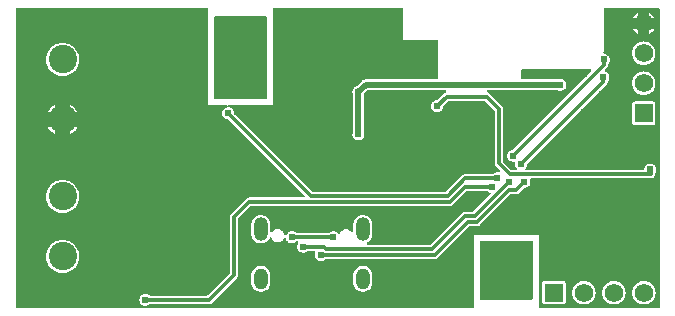
<source format=gbl>
G04 Layer: BottomLayer*
G04 EasyEDA v6.5.15, 2022-10-09 22:19:18*
G04 792860b319f64621ac1ba377023e4090,0b3a2bb33c9248688526e96ab25d6e06,10*
G04 Gerber Generator version 0.2*
G04 Scale: 100 percent, Rotated: No, Reflected: No *
G04 Dimensions in millimeters *
G04 leading zeros omitted , absolute positions ,4 integer and 5 decimal *
%FSLAX45Y45*%
%MOMM*%

%ADD10C,0.3000*%
%ADD11C,0.5000*%
%ADD12C,2.4000*%
%ADD13O,1.1999976X1.7999964*%
%ADD14O,1.1999976X1.9999959999999999*%
%ADD15R,1.5748X1.5748*%
%ADD16C,1.5748*%
%ADD17C,0.6096*%
%ADD18C,0.0100*%

%LPD*%
G36*
X1710131Y1799996D02*
G01*
X1706270Y1800809D01*
X1702968Y1802993D01*
X1700733Y1806295D01*
X1700022Y1810156D01*
X1700022Y2489860D01*
X1700733Y2493772D01*
X1702968Y2497023D01*
X1706270Y2499258D01*
X1710131Y2500020D01*
X2139797Y2500020D01*
X2143709Y2499258D01*
X2147011Y2497023D01*
X2149195Y2493772D01*
X2149957Y2489860D01*
X2149957Y1810156D01*
X2149195Y1806295D01*
X2147011Y1802993D01*
X2143709Y1800809D01*
X2139797Y1799996D01*
G37*

%LPD*%
G36*
X4226915Y1197508D02*
G01*
X4223054Y1198270D01*
X4219752Y1200454D01*
X4150461Y1269746D01*
X4148277Y1273048D01*
X4147515Y1276908D01*
X4147515Y1717497D01*
X4146702Y1725371D01*
X4144365Y1732432D01*
X4140606Y1738934D01*
X4136847Y1743405D01*
X4035450Y1844852D01*
X4029201Y1849831D01*
X4022648Y1853184D01*
X4017568Y1854555D01*
X4013911Y1856435D01*
X4011218Y1859635D01*
X4010050Y1863598D01*
X4010609Y1867712D01*
X4012793Y1871268D01*
X4016197Y1873656D01*
X4020159Y1874520D01*
X4609338Y1874520D01*
X4611827Y1874215D01*
X4614367Y1873148D01*
X4623054Y1870354D01*
X4632147Y1869135D01*
X4641240Y1869541D01*
X4650181Y1871573D01*
X4658563Y1875180D01*
X4666183Y1880209D01*
X4672838Y1886508D01*
X4678172Y1893874D01*
X4682134Y1902104D01*
X4684522Y1910892D01*
X4685334Y1919986D01*
X4684522Y1929130D01*
X4682134Y1937918D01*
X4678172Y1946148D01*
X4672838Y1953514D01*
X4666183Y1959813D01*
X4658563Y1964842D01*
X4650181Y1968449D01*
X4641240Y1970481D01*
X4632147Y1970887D01*
X4623054Y1969668D01*
X4611827Y1965807D01*
X4609338Y1965502D01*
X4310126Y1965502D01*
X4306214Y1966315D01*
X4302963Y1968500D01*
X4300728Y1971802D01*
X4300016Y1975662D01*
X4300016Y2039874D01*
X4300728Y2043734D01*
X4302963Y2047036D01*
X4306214Y2049272D01*
X4310126Y2050034D01*
X4888280Y2050034D01*
X4892141Y2049272D01*
X4895443Y2047036D01*
X4897628Y2043734D01*
X4898390Y2039874D01*
X4897628Y2035962D01*
X4895443Y2032660D01*
X4236516Y1373784D01*
X4233875Y1371854D01*
X4230725Y1370888D01*
X4221632Y1369669D01*
X4212945Y1366875D01*
X4204919Y1362506D01*
X4197756Y1356817D01*
X4191762Y1349959D01*
X4187088Y1342136D01*
X4183887Y1333550D01*
X4182211Y1324559D01*
X4182211Y1315466D01*
X4183887Y1306474D01*
X4187088Y1297889D01*
X4191762Y1290066D01*
X4197756Y1283208D01*
X4204919Y1277518D01*
X4212945Y1273149D01*
X4221632Y1270355D01*
X4230725Y1269136D01*
X4244136Y1269695D01*
X4247845Y1268272D01*
X4250791Y1265529D01*
X4252315Y1261872D01*
X4252366Y1257909D01*
X4251248Y1251559D01*
X4251248Y1242466D01*
X4252874Y1233474D01*
X4256125Y1224889D01*
X4260748Y1217066D01*
X4263136Y1214323D01*
X4265066Y1211021D01*
X4265625Y1207211D01*
X4264761Y1203452D01*
X4262577Y1200302D01*
X4259275Y1198219D01*
X4255566Y1197508D01*
G37*

%LPD*%
G36*
X2538882Y1015542D02*
G01*
X2534970Y1016304D01*
X2531770Y1018489D01*
X1873554Y1676603D01*
X1871573Y1679498D01*
X1870659Y1682902D01*
X1870100Y1689150D01*
X1867662Y1697939D01*
X1863750Y1706168D01*
X1858314Y1713534D01*
X1851761Y1719834D01*
X1844141Y1724863D01*
X1835759Y1728470D01*
X1829206Y1729943D01*
X1825447Y1731721D01*
X1822602Y1734870D01*
X1821383Y1738884D01*
X1821840Y1743049D01*
X1823974Y1746707D01*
X1827377Y1749145D01*
X1831492Y1750009D01*
X2198979Y1750009D01*
X2199995Y1751025D01*
X2199995Y2563926D01*
X2200757Y2567838D01*
X2202942Y2571140D01*
X2206244Y2573324D01*
X2210155Y2574086D01*
X3289808Y2574086D01*
X3293770Y2573324D01*
X3296970Y2571140D01*
X3299206Y2567838D01*
X3299968Y2563926D01*
X3299968Y2301036D01*
X3301034Y2300020D01*
X3589832Y2300020D01*
X3593693Y2299258D01*
X3596995Y2297023D01*
X3599230Y2293772D01*
X3600043Y2289860D01*
X3600043Y1975662D01*
X3599230Y1971802D01*
X3596995Y1968500D01*
X3593693Y1966315D01*
X3589832Y1965502D01*
X2982722Y1965502D01*
X2973984Y1964283D01*
X2966059Y1961591D01*
X2958795Y1957527D01*
X2951886Y1951888D01*
X2909824Y1909775D01*
X2907995Y1908302D01*
X2904388Y1906879D01*
X2896362Y1902510D01*
X2889199Y1896821D01*
X2883204Y1889963D01*
X2878531Y1882139D01*
X2875330Y1873554D01*
X2873654Y1864563D01*
X2873654Y1855470D01*
X2875330Y1846478D01*
X2878277Y1838553D01*
X2878988Y1834997D01*
X2878988Y1525016D01*
X2878277Y1521460D01*
X2875330Y1513586D01*
X2873654Y1504594D01*
X2873654Y1495450D01*
X2875330Y1486458D01*
X2878531Y1477924D01*
X2883204Y1470101D01*
X2889199Y1463192D01*
X2896362Y1457502D01*
X2904388Y1453184D01*
X2913075Y1450340D01*
X2922168Y1449120D01*
X2931261Y1449527D01*
X2940202Y1451559D01*
X2948584Y1455166D01*
X2956204Y1460195D01*
X2962757Y1466494D01*
X2968142Y1473911D01*
X2972104Y1482140D01*
X2974543Y1490929D01*
X2975356Y1500022D01*
X2974543Y1509115D01*
X2972104Y1517904D01*
X2970174Y1522526D01*
X2969920Y1524762D01*
X2969920Y1835251D01*
X2970936Y1839671D01*
X2972511Y1842922D01*
X2974441Y1845716D01*
X3000298Y1871573D01*
X3003600Y1873757D01*
X3007461Y1874520D01*
X3659327Y1874520D01*
X3663289Y1873707D01*
X3666642Y1871370D01*
X3668877Y1867916D01*
X3669436Y1863902D01*
X3668522Y1859940D01*
X3666032Y1856739D01*
X3662426Y1854707D01*
X3655618Y1852472D01*
X3649116Y1848713D01*
X3644696Y1844954D01*
X3593541Y1793798D01*
X3590848Y1791868D01*
X3587699Y1790903D01*
X3578606Y1789684D01*
X3569919Y1786889D01*
X3561943Y1782521D01*
X3554780Y1776831D01*
X3548786Y1769973D01*
X3544062Y1762150D01*
X3540861Y1753565D01*
X3539236Y1744573D01*
X3539236Y1735480D01*
X3540861Y1726488D01*
X3544062Y1717903D01*
X3548786Y1710080D01*
X3554780Y1703222D01*
X3561943Y1697532D01*
X3569919Y1693164D01*
X3578606Y1690370D01*
X3587699Y1689150D01*
X3596792Y1689557D01*
X3605682Y1691589D01*
X3614115Y1695196D01*
X3621735Y1700225D01*
X3628390Y1706524D01*
X3633724Y1713890D01*
X3637686Y1722120D01*
X3640074Y1730908D01*
X3640632Y1737156D01*
X3641547Y1740560D01*
X3643579Y1743456D01*
X3681780Y1781657D01*
X3685082Y1783842D01*
X3688943Y1784604D01*
X3991000Y1784604D01*
X3994861Y1783842D01*
X3998163Y1781657D01*
X4073550Y1706270D01*
X4075734Y1702968D01*
X4076496Y1699107D01*
X4076496Y1258519D01*
X4077411Y1250645D01*
X4079697Y1243584D01*
X4083405Y1237081D01*
X4087164Y1232611D01*
X4123994Y1195832D01*
X4126331Y1192174D01*
X4126941Y1187856D01*
X4125722Y1183741D01*
X4122877Y1180439D01*
X4118914Y1178661D01*
X4114596Y1178712D01*
X4106824Y1180490D01*
X4097731Y1180896D01*
X4088637Y1179677D01*
X4079951Y1176883D01*
X4071975Y1172514D01*
X4065879Y1167739D01*
X4062933Y1166063D01*
X4059631Y1165504D01*
X3830472Y1165504D01*
X3822598Y1164691D01*
X3815587Y1162405D01*
X3809034Y1158646D01*
X3804564Y1154836D01*
X3668217Y1018489D01*
X3665016Y1016304D01*
X3661054Y1015542D01*
G37*

%LPD*%
G36*
X3960164Y100025D02*
G01*
X3956304Y100787D01*
X3952951Y103022D01*
X3950766Y106273D01*
X3949954Y110185D01*
X3949954Y589838D01*
X3950766Y593750D01*
X3952951Y597052D01*
X3956304Y599236D01*
X3960164Y599998D01*
X4389831Y599998D01*
X4393692Y599236D01*
X4396994Y597052D01*
X4399229Y593750D01*
X4399991Y589838D01*
X4399991Y110185D01*
X4399229Y106273D01*
X4396994Y103022D01*
X4393692Y100787D01*
X4389831Y100025D01*
G37*

%LPD*%
G36*
X36068Y25908D02*
G01*
X32156Y26720D01*
X28854Y28905D01*
X26670Y32207D01*
X25908Y36068D01*
X25908Y2563926D01*
X26670Y2567838D01*
X28854Y2571140D01*
X32156Y2573324D01*
X36068Y2574086D01*
X1639824Y2574086D01*
X1643684Y2573324D01*
X1646986Y2571140D01*
X1649222Y2567838D01*
X1650034Y2563926D01*
X1650034Y1751025D01*
X1650949Y1750009D01*
X1808073Y1750009D01*
X1812289Y1749094D01*
X1815693Y1746504D01*
X1817827Y1742693D01*
X1818081Y1738375D01*
X1816506Y1734312D01*
X1813458Y1731264D01*
X1799945Y1726895D01*
X1791919Y1722526D01*
X1784756Y1716836D01*
X1778762Y1709978D01*
X1774088Y1702155D01*
X1770888Y1693570D01*
X1769211Y1684578D01*
X1769211Y1675485D01*
X1770888Y1666493D01*
X1774088Y1657908D01*
X1778762Y1650085D01*
X1784756Y1643227D01*
X1791919Y1637538D01*
X1799945Y1633169D01*
X1808632Y1630375D01*
X1817725Y1629156D01*
X1820875Y1628190D01*
X1823516Y1626260D01*
X2466898Y982929D01*
X2469032Y979627D01*
X2469845Y975766D01*
X2469032Y971854D01*
X2466898Y968552D01*
X2463546Y966368D01*
X2459685Y965606D01*
X2000504Y965606D01*
X1992680Y964742D01*
X1985568Y962456D01*
X1979066Y958697D01*
X1974596Y954938D01*
X1845208Y825550D01*
X1840280Y819353D01*
X1836877Y812749D01*
X1834896Y805484D01*
X1834438Y799642D01*
X1834438Y328980D01*
X1833727Y325120D01*
X1831492Y321818D01*
X1648206Y138480D01*
X1644904Y136296D01*
X1640992Y135534D01*
X1160322Y135534D01*
X1156563Y136245D01*
X1153312Y138328D01*
X1151737Y139852D01*
X1144117Y144881D01*
X1135735Y148488D01*
X1126794Y150520D01*
X1117701Y150926D01*
X1108659Y149707D01*
X1099972Y146862D01*
X1091895Y142544D01*
X1084783Y136855D01*
X1078788Y129946D01*
X1074064Y122123D01*
X1070864Y113588D01*
X1069238Y104597D01*
X1069238Y95453D01*
X1070864Y86461D01*
X1074064Y77927D01*
X1078788Y70104D01*
X1084783Y63195D01*
X1091895Y57505D01*
X1099972Y53187D01*
X1108659Y50342D01*
X1117701Y49123D01*
X1126794Y49530D01*
X1135735Y51562D01*
X1144117Y55168D01*
X1151737Y60198D01*
X1153312Y61722D01*
X1156563Y63804D01*
X1160322Y64516D01*
X1659432Y64516D01*
X1667256Y65379D01*
X1674317Y67665D01*
X1680870Y71424D01*
X1685289Y75184D01*
X1894738Y284581D01*
X1899716Y290779D01*
X1903018Y297383D01*
X1905050Y304647D01*
X1905507Y310489D01*
X1905507Y781151D01*
X1906219Y785012D01*
X1908454Y788314D01*
X2011730Y891641D01*
X2015032Y893826D01*
X2018893Y894587D01*
X3699510Y894587D01*
X3707434Y895451D01*
X3714445Y897737D01*
X3720947Y901496D01*
X3725418Y905256D01*
X3836720Y1016609D01*
X3840073Y1018794D01*
X3843934Y1019556D01*
X4015486Y1019556D01*
X4018838Y1018997D01*
X4021836Y1017371D01*
X4027982Y1012494D01*
X4040327Y1005890D01*
X4042816Y1002588D01*
X4043781Y998575D01*
X4043070Y994511D01*
X4040784Y991057D01*
X3898239Y848512D01*
X3894988Y846277D01*
X3891127Y845515D01*
X3830574Y845515D01*
X3822598Y844702D01*
X3815587Y842416D01*
X3809034Y838606D01*
X3804564Y834847D01*
X3538270Y568502D01*
X3534968Y566318D01*
X3531108Y565556D01*
X3002584Y565556D01*
X2998724Y566267D01*
X2995523Y568401D01*
X2993288Y571601D01*
X2992374Y575360D01*
X2993034Y579221D01*
X2995015Y582523D01*
X2998114Y584860D01*
X3002229Y586841D01*
X3012135Y593598D01*
X3020974Y601776D01*
X3028442Y611174D01*
X3034538Y621588D01*
X3038856Y632815D01*
X3041548Y644499D01*
X3042462Y656894D01*
X3042462Y736142D01*
X3041548Y748487D01*
X3038856Y760222D01*
X3034538Y771448D01*
X3028442Y781862D01*
X3020974Y791260D01*
X3012135Y799439D01*
X3002229Y806196D01*
X2991358Y811428D01*
X2979877Y814984D01*
X2967990Y816762D01*
X2955950Y816762D01*
X2944063Y814984D01*
X2932582Y811428D01*
X2921711Y806196D01*
X2911856Y799439D01*
X2903016Y791260D01*
X2895498Y781862D01*
X2889504Y771448D01*
X2885084Y760222D01*
X2882392Y748487D01*
X2881477Y736142D01*
X2881477Y682802D01*
X2880563Y678688D01*
X2878074Y675233D01*
X2874365Y673150D01*
X2870149Y672744D01*
X2866085Y674116D01*
X2862986Y677011D01*
X2861513Y679196D01*
X2854604Y686003D01*
X2846679Y691540D01*
X2837942Y695655D01*
X2828594Y698144D01*
X2818993Y699008D01*
X2809341Y698144D01*
X2800045Y695655D01*
X2791307Y691540D01*
X2783382Y686003D01*
X2776474Y679196D01*
X2770936Y671271D01*
X2767177Y663244D01*
X2764688Y659892D01*
X2761030Y657860D01*
X2756865Y657453D01*
X2752902Y658774D01*
X2749804Y661568D01*
X2748330Y663549D01*
X2741777Y669848D01*
X2734157Y674878D01*
X2725775Y678484D01*
X2716834Y680516D01*
X2707741Y680923D01*
X2698648Y679704D01*
X2689961Y676859D01*
X2681935Y672541D01*
X2675890Y667715D01*
X2672943Y666089D01*
X2669641Y665530D01*
X2400350Y665530D01*
X2396591Y666242D01*
X2393289Y668324D01*
X2391714Y669848D01*
X2384094Y674878D01*
X2375712Y678484D01*
X2366873Y680516D01*
X2357678Y680923D01*
X2348636Y679704D01*
X2340000Y676859D01*
X2331974Y672541D01*
X2324811Y666851D01*
X2318816Y659942D01*
X2313838Y651713D01*
X2311196Y648766D01*
X2307691Y647090D01*
X2303729Y646836D01*
X2299970Y648157D01*
X2297023Y650748D01*
X2295347Y654304D01*
X2293061Y662482D01*
X2288997Y671271D01*
X2283460Y679196D01*
X2276602Y686003D01*
X2268677Y691540D01*
X2259939Y695655D01*
X2250592Y698144D01*
X2240991Y699008D01*
X2231390Y698144D01*
X2221992Y695655D01*
X2213254Y691540D01*
X2205329Y686003D01*
X2198471Y679196D01*
X2196947Y677011D01*
X2193848Y674116D01*
X2189784Y672744D01*
X2185568Y673150D01*
X2181860Y675233D01*
X2179370Y678688D01*
X2178456Y682802D01*
X2178456Y736142D01*
X2177542Y748487D01*
X2174900Y760222D01*
X2170480Y771448D01*
X2164486Y781862D01*
X2156968Y791260D01*
X2148128Y799439D01*
X2138273Y806196D01*
X2127402Y811428D01*
X2115870Y814984D01*
X2104034Y816762D01*
X2091943Y816762D01*
X2080107Y814984D01*
X2068575Y811428D01*
X2057755Y806196D01*
X2047798Y799439D01*
X2038959Y791260D01*
X2031492Y781862D01*
X2025446Y771448D01*
X2021078Y760222D01*
X2018436Y748487D01*
X2017522Y736142D01*
X2017522Y656894D01*
X2018436Y644499D01*
X2021078Y632815D01*
X2025446Y621588D01*
X2031492Y611174D01*
X2038959Y601776D01*
X2047798Y593598D01*
X2057755Y586841D01*
X2068575Y581609D01*
X2080107Y578053D01*
X2091943Y576275D01*
X2104034Y576275D01*
X2115870Y578053D01*
X2127402Y581609D01*
X2138273Y586841D01*
X2148128Y593598D01*
X2156968Y601776D01*
X2164486Y611174D01*
X2172970Y625856D01*
X2176170Y628142D01*
X2180031Y629005D01*
X2183841Y628345D01*
X2187194Y626313D01*
X2189530Y623163D01*
X2192934Y615797D01*
X2198471Y607872D01*
X2205329Y601065D01*
X2213254Y595528D01*
X2221992Y591413D01*
X2231390Y588924D01*
X2240991Y588060D01*
X2250592Y588924D01*
X2259939Y591413D01*
X2268677Y595528D01*
X2276602Y601065D01*
X2283460Y607872D01*
X2288997Y615797D01*
X2291384Y620776D01*
X2293874Y624179D01*
X2297582Y626211D01*
X2301900Y626567D01*
X2305812Y625144D01*
X2308961Y622249D01*
X2310536Y618337D01*
X2310841Y616458D01*
X2314092Y607923D01*
X2318816Y600100D01*
X2324811Y593191D01*
X2331974Y587502D01*
X2340000Y583184D01*
X2348636Y580339D01*
X2357678Y579120D01*
X2366873Y579526D01*
X2375712Y581558D01*
X2384094Y585165D01*
X2391714Y590194D01*
X2393289Y591718D01*
X2396591Y593801D01*
X2400350Y594512D01*
X2405583Y594512D01*
X2409748Y593648D01*
X2413152Y591108D01*
X2415286Y587400D01*
X2415641Y583184D01*
X2414270Y579170D01*
X2410104Y572109D01*
X2406904Y563575D01*
X2405227Y554583D01*
X2405227Y545439D01*
X2406904Y536448D01*
X2410104Y527913D01*
X2414778Y520090D01*
X2420772Y513181D01*
X2427935Y507492D01*
X2435961Y503174D01*
X2444648Y500329D01*
X2453741Y499109D01*
X2462834Y499516D01*
X2471775Y501548D01*
X2480157Y505155D01*
X2487777Y510184D01*
X2489454Y511809D01*
X2492654Y513892D01*
X2496464Y514604D01*
X2549093Y514604D01*
X2552954Y513892D01*
X2556256Y511759D01*
X2558389Y508508D01*
X2559304Y504748D01*
X2558643Y500888D01*
X2555900Y493572D01*
X2554224Y484581D01*
X2554224Y475488D01*
X2555900Y466496D01*
X2559100Y457911D01*
X2563774Y450088D01*
X2569768Y443230D01*
X2576931Y437540D01*
X2584958Y433171D01*
X2593644Y430377D01*
X2602738Y429158D01*
X2611831Y429564D01*
X2620772Y431596D01*
X2629154Y435203D01*
X2636774Y440232D01*
X2639060Y442417D01*
X2642311Y444500D01*
X2646070Y445262D01*
X3570427Y444550D01*
X3578301Y445363D01*
X3585413Y447649D01*
X3591915Y451408D01*
X3596335Y455218D01*
X3862679Y721563D01*
X3865981Y723747D01*
X3869893Y724509D01*
X3929430Y724509D01*
X3937355Y725373D01*
X3944416Y727659D01*
X3950919Y731418D01*
X3955338Y735228D01*
X4211675Y991565D01*
X4214977Y993749D01*
X4218940Y994511D01*
X4259427Y994511D01*
X4267352Y995375D01*
X4274362Y997661D01*
X4280966Y1001420D01*
X4285386Y1005179D01*
X4326585Y1046429D01*
X4329633Y1048512D01*
X4333341Y1049375D01*
X4336846Y1049528D01*
X4345686Y1051560D01*
X4354118Y1055166D01*
X4361738Y1060196D01*
X4368393Y1066495D01*
X4373727Y1073912D01*
X4377690Y1082141D01*
X4380077Y1090930D01*
X4380890Y1100023D01*
X4380077Y1109116D01*
X4378858Y1113637D01*
X4378502Y1117346D01*
X4379620Y1120902D01*
X4381804Y1123848D01*
X4384954Y1125829D01*
X4388612Y1126490D01*
X5399786Y1126490D01*
X5403748Y1126693D01*
X5407406Y1127302D01*
X5411012Y1128268D01*
X5414467Y1129588D01*
X5417769Y1131265D01*
X5420918Y1133297D01*
X5423763Y1135634D01*
X5426456Y1138275D01*
X5428742Y1141120D01*
X5430774Y1144270D01*
X5432450Y1147572D01*
X5433822Y1151026D01*
X5434736Y1154633D01*
X5435396Y1158290D01*
X5435549Y1170635D01*
X5436108Y1173784D01*
X5441645Y1185113D01*
X5444134Y1193901D01*
X5444947Y1202994D01*
X5444134Y1212138D01*
X5441645Y1220927D01*
X5437682Y1229156D01*
X5432348Y1236522D01*
X5425744Y1242822D01*
X5418175Y1247851D01*
X5409692Y1251458D01*
X5400802Y1253490D01*
X5391759Y1253896D01*
X5382615Y1252677D01*
X5373928Y1249883D01*
X5365902Y1245514D01*
X5358790Y1239824D01*
X5352745Y1232966D01*
X5348071Y1225143D01*
X5344922Y1216558D01*
X5342432Y1203706D01*
X5340248Y1200454D01*
X5336997Y1198270D01*
X5333136Y1197508D01*
X4348632Y1197508D01*
X4344314Y1198473D01*
X4340809Y1201166D01*
X4338828Y1205128D01*
X4338675Y1209548D01*
X4340402Y1213612D01*
X4345686Y1220876D01*
X4349648Y1229106D01*
X4352086Y1237894D01*
X4352645Y1244142D01*
X4353560Y1247546D01*
X4355592Y1250442D01*
X5023713Y1918563D01*
X5028692Y1924710D01*
X5032044Y1931314D01*
X5034026Y1938578D01*
X5034483Y1945182D01*
X5035143Y1947976D01*
X5036464Y1950466D01*
X5042712Y1958898D01*
X5046675Y1967128D01*
X5049113Y1975916D01*
X5049977Y1985010D01*
X5049113Y1994103D01*
X5046675Y2002891D01*
X5042712Y2011121D01*
X5037328Y2018538D01*
X5030724Y2024837D01*
X5023104Y2029866D01*
X5015839Y2032965D01*
X5012588Y2035200D01*
X5010404Y2038502D01*
X5009743Y2042363D01*
X5010454Y2046224D01*
X5012690Y2049475D01*
X5024678Y2061565D01*
X5029708Y2067712D01*
X5033111Y2074316D01*
X5034991Y2081631D01*
X5035448Y2087422D01*
X5035448Y2093468D01*
X5035956Y2096617D01*
X5037531Y2099462D01*
X5043728Y2107946D01*
X5047640Y2116124D01*
X5050078Y2124913D01*
X5050891Y2134006D01*
X5050078Y2143150D01*
X5047640Y2151938D01*
X5043678Y2160168D01*
X5038344Y2167534D01*
X5031740Y2173833D01*
X5024120Y2178862D01*
X5015738Y2182469D01*
X5006035Y2184654D01*
X5002580Y2186228D01*
X4999786Y2189022D01*
X4998364Y2192629D01*
X4998313Y2196490D01*
X4999990Y2201011D01*
X4999990Y2563926D01*
X5000752Y2567838D01*
X5002936Y2571140D01*
X5006238Y2573324D01*
X5010200Y2574086D01*
X5463895Y2574086D01*
X5467858Y2573324D01*
X5471058Y2571140D01*
X5473293Y2567838D01*
X5474055Y2563926D01*
X5474055Y36068D01*
X5473293Y32207D01*
X5471058Y28905D01*
X5467858Y26720D01*
X5463895Y25908D01*
X4460138Y25908D01*
X4456277Y26720D01*
X4452975Y28905D01*
X4450740Y32207D01*
X4450029Y36068D01*
X4450029Y649020D01*
X4449013Y650036D01*
X3900982Y650036D01*
X3899966Y649020D01*
X3899966Y36068D01*
X3899204Y32207D01*
X3897020Y28905D01*
X3893718Y26720D01*
X3889857Y25908D01*
G37*

%LPC*%
G36*
X5385663Y2486761D02*
G01*
X5427929Y2486761D01*
X5427014Y2488692D01*
X5419852Y2499868D01*
X5411266Y2509977D01*
X5401513Y2518867D01*
X5390540Y2526385D01*
X5385663Y2528824D01*
G37*
G36*
X5252059Y2486761D02*
G01*
X5294223Y2486761D01*
X5294223Y2528824D01*
X5289397Y2526385D01*
X5278475Y2518867D01*
X5268722Y2509977D01*
X5260086Y2499868D01*
X5252974Y2488692D01*
G37*
G36*
X4500829Y60807D02*
G01*
X4657191Y60807D01*
X4662271Y61366D01*
X4666589Y62890D01*
X4670450Y65328D01*
X4673752Y68529D01*
X4676140Y72440D01*
X4677613Y76758D01*
X4678273Y81838D01*
X4678273Y238201D01*
X4677613Y243332D01*
X4676140Y247650D01*
X4673752Y251510D01*
X4670450Y254762D01*
X4666589Y257149D01*
X4662271Y258673D01*
X4657191Y259283D01*
X4500829Y259283D01*
X4495698Y258673D01*
X4491431Y257149D01*
X4487468Y254762D01*
X4484268Y251510D01*
X4481880Y247650D01*
X4480306Y243332D01*
X4479747Y238201D01*
X4479747Y81838D01*
X4480306Y76758D01*
X4481880Y72440D01*
X4484268Y68529D01*
X4487468Y65328D01*
X4491431Y62890D01*
X4495698Y61366D01*
G37*
G36*
X5337657Y60858D02*
G01*
X5350916Y61315D01*
X5363972Y63500D01*
X5376672Y67462D01*
X5388711Y72999D01*
X5399836Y80162D01*
X5409996Y88696D01*
X5418836Y98552D01*
X5426354Y109474D01*
X5432348Y121310D01*
X5436666Y133807D01*
X5439308Y146812D01*
X5440172Y160020D01*
X5439308Y173228D01*
X5436666Y186232D01*
X5432348Y198780D01*
X5426354Y210566D01*
X5418836Y221538D01*
X5409996Y231343D01*
X5399836Y239877D01*
X5388711Y247040D01*
X5376672Y252628D01*
X5363972Y256540D01*
X5350916Y258724D01*
X5337657Y259181D01*
X5324500Y257860D01*
X5311597Y254762D01*
X5299202Y250037D01*
X5287568Y243636D01*
X5276900Y235813D01*
X5267401Y226567D01*
X5259171Y216154D01*
X5252415Y204774D01*
X5247284Y192582D01*
X5243779Y179781D01*
X5241950Y166674D01*
X5241950Y153416D01*
X5243779Y140258D01*
X5247284Y127457D01*
X5252415Y115265D01*
X5259171Y103885D01*
X5267401Y93472D01*
X5276900Y84277D01*
X5287568Y76403D01*
X5299202Y70053D01*
X5311597Y65278D01*
X5324500Y62179D01*
G37*
G36*
X4829657Y60858D02*
G01*
X4842916Y61315D01*
X4855972Y63500D01*
X4868672Y67462D01*
X4880711Y72999D01*
X4891836Y80162D01*
X4901996Y88696D01*
X4910836Y98552D01*
X4918354Y109474D01*
X4924348Y121310D01*
X4928666Y133807D01*
X4931308Y146812D01*
X4932172Y160020D01*
X4931308Y173228D01*
X4928666Y186232D01*
X4924348Y198780D01*
X4918354Y210566D01*
X4910836Y221538D01*
X4901996Y231343D01*
X4891836Y239877D01*
X4880711Y247040D01*
X4868672Y252628D01*
X4855972Y256540D01*
X4842916Y258724D01*
X4829657Y259181D01*
X4816500Y257860D01*
X4803597Y254762D01*
X4791202Y250037D01*
X4779568Y243636D01*
X4768900Y235813D01*
X4759401Y226567D01*
X4751171Y216154D01*
X4744415Y204774D01*
X4739284Y192582D01*
X4735779Y179781D01*
X4733950Y166674D01*
X4733950Y153416D01*
X4735779Y140258D01*
X4739284Y127457D01*
X4744415Y115265D01*
X4751171Y103885D01*
X4759401Y93472D01*
X4768900Y84277D01*
X4779568Y76403D01*
X4791202Y70053D01*
X4803597Y65278D01*
X4816500Y62179D01*
G37*
G36*
X5083657Y60858D02*
G01*
X5096916Y61315D01*
X5109972Y63500D01*
X5122672Y67462D01*
X5134711Y72999D01*
X5145836Y80162D01*
X5155996Y88696D01*
X5164836Y98552D01*
X5172354Y109474D01*
X5178348Y121310D01*
X5182666Y133807D01*
X5185308Y146812D01*
X5186172Y160020D01*
X5185308Y173228D01*
X5182666Y186232D01*
X5178348Y198780D01*
X5172354Y210566D01*
X5164836Y221538D01*
X5155996Y231343D01*
X5145836Y239877D01*
X5134711Y247040D01*
X5122672Y252628D01*
X5109972Y256540D01*
X5096916Y258724D01*
X5083657Y259181D01*
X5070500Y257860D01*
X5057597Y254762D01*
X5045202Y250037D01*
X5033568Y243636D01*
X5022900Y235813D01*
X5013401Y226567D01*
X5005171Y216154D01*
X4998415Y204774D01*
X4993284Y192582D01*
X4989779Y179781D01*
X4987950Y166674D01*
X4987950Y153416D01*
X4989779Y140258D01*
X4993284Y127457D01*
X4998415Y115265D01*
X5005171Y103885D01*
X5013401Y93472D01*
X5022900Y84277D01*
X5033568Y76403D01*
X5045202Y70053D01*
X5057597Y65278D01*
X5070500Y62179D01*
G37*
G36*
X5294223Y2353056D02*
G01*
X5294223Y2395321D01*
X5252161Y2395321D01*
X5256377Y2387650D01*
X5264200Y2376982D01*
X5273395Y2367432D01*
X5283809Y2359202D01*
G37*
G36*
X5385663Y2353056D02*
G01*
X5396179Y2359202D01*
X5406491Y2367432D01*
X5415788Y2376982D01*
X5423611Y2387650D01*
X5427827Y2395321D01*
X5385663Y2395321D01*
G37*
G36*
X2955950Y168249D02*
G01*
X2967990Y168249D01*
X2979877Y170078D01*
X2991358Y173583D01*
X3002229Y178816D01*
X3012135Y185623D01*
X3020974Y193802D01*
X3028442Y203200D01*
X3034538Y213614D01*
X3038856Y224790D01*
X3041548Y236524D01*
X3042462Y248869D01*
X3042462Y308152D01*
X3041548Y320497D01*
X3038856Y332232D01*
X3034538Y343408D01*
X3028442Y353822D01*
X3020974Y363270D01*
X3012135Y371449D01*
X3002229Y378206D01*
X2991358Y383438D01*
X2979877Y386943D01*
X2967990Y388772D01*
X2955950Y388772D01*
X2944063Y386943D01*
X2932582Y383438D01*
X2921711Y378206D01*
X2911856Y371449D01*
X2903016Y363270D01*
X2895498Y353822D01*
X2889504Y343408D01*
X2885084Y332232D01*
X2882392Y320497D01*
X2881477Y308152D01*
X2881477Y248869D01*
X2882392Y236524D01*
X2885084Y224790D01*
X2889504Y213614D01*
X2895498Y203200D01*
X2903016Y193802D01*
X2911856Y185623D01*
X2921711Y178816D01*
X2932582Y173583D01*
X2944063Y170078D01*
G37*
G36*
X2091943Y168249D02*
G01*
X2104034Y168249D01*
X2115870Y170078D01*
X2127402Y173583D01*
X2138273Y178816D01*
X2148128Y185623D01*
X2156968Y193802D01*
X2164486Y203200D01*
X2170480Y213614D01*
X2174900Y224790D01*
X2177542Y236524D01*
X2178456Y248869D01*
X2178456Y308152D01*
X2177542Y320497D01*
X2174900Y332232D01*
X2170480Y343408D01*
X2164486Y353822D01*
X2156968Y363270D01*
X2148128Y371449D01*
X2138273Y378206D01*
X2127402Y383438D01*
X2115870Y386943D01*
X2104034Y388772D01*
X2091943Y388772D01*
X2080107Y386943D01*
X2068575Y383438D01*
X2057755Y378206D01*
X2047798Y371449D01*
X2038959Y363270D01*
X2031492Y353822D01*
X2025446Y343408D01*
X2021078Y332232D01*
X2018436Y320497D01*
X2017522Y308152D01*
X2017522Y248869D01*
X2018436Y236524D01*
X2021078Y224790D01*
X2025446Y213614D01*
X2031492Y203200D01*
X2038959Y193802D01*
X2047798Y185623D01*
X2057755Y178816D01*
X2068575Y173583D01*
X2080107Y170078D01*
G37*
G36*
X419963Y325526D02*
G01*
X435965Y326440D01*
X451815Y329184D01*
X467207Y333705D01*
X481939Y339953D01*
X495909Y347827D01*
X508914Y357276D01*
X520700Y368096D01*
X531215Y380238D01*
X540258Y393496D01*
X547827Y407670D01*
X553567Y422605D01*
X557631Y438150D01*
X559917Y453999D01*
X560374Y470052D01*
X559054Y486003D01*
X555853Y501751D01*
X550875Y516991D01*
X544220Y531571D01*
X535940Y545338D01*
X526135Y558038D01*
X514959Y569518D01*
X502564Y579678D01*
X489051Y588365D01*
X474675Y595426D01*
X459536Y600811D01*
X443941Y604469D01*
X427990Y606298D01*
X411937Y606298D01*
X396036Y604469D01*
X380390Y600811D01*
X365302Y595426D01*
X350875Y588365D01*
X337413Y579678D01*
X324967Y569518D01*
X313842Y558038D01*
X303987Y545338D01*
X295757Y531571D01*
X289052Y516991D01*
X284124Y501751D01*
X280924Y486003D01*
X279552Y470052D01*
X280009Y453999D01*
X282295Y438150D01*
X286359Y422605D01*
X292201Y407670D01*
X299669Y393496D01*
X308711Y380238D01*
X319227Y368096D01*
X331063Y357276D01*
X344017Y347827D01*
X357987Y339953D01*
X372770Y333705D01*
X388162Y329184D01*
X403961Y326440D01*
G37*
G36*
X5333339Y2088032D02*
G01*
X5346598Y2088032D01*
X5359704Y2089810D01*
X5372506Y2093315D01*
X5384698Y2098446D01*
X5396179Y2105202D01*
X5406491Y2113432D01*
X5415788Y2122982D01*
X5423611Y2133650D01*
X5429961Y2145233D01*
X5434736Y2157628D01*
X5437784Y2170531D01*
X5439156Y2183688D01*
X5438698Y2196947D01*
X5436463Y2210003D01*
X5432552Y2222703D01*
X5427014Y2234692D01*
X5419852Y2245868D01*
X5411266Y2255977D01*
X5401513Y2264867D01*
X5390540Y2272385D01*
X5378704Y2278380D01*
X5366156Y2282698D01*
X5353202Y2285339D01*
X5339943Y2286254D01*
X5326786Y2285339D01*
X5313730Y2282698D01*
X5301284Y2278380D01*
X5289397Y2272385D01*
X5278475Y2264867D01*
X5268722Y2255977D01*
X5260086Y2245868D01*
X5252974Y2234692D01*
X5247386Y2222703D01*
X5243474Y2210003D01*
X5241290Y2196947D01*
X5240832Y2183688D01*
X5242204Y2170531D01*
X5245252Y2157628D01*
X5250027Y2145233D01*
X5256377Y2133650D01*
X5264200Y2122982D01*
X5273395Y2113432D01*
X5283809Y2105202D01*
X5295239Y2098446D01*
X5307431Y2093315D01*
X5320182Y2089810D01*
G37*
G36*
X419963Y1993544D02*
G01*
X435965Y1994458D01*
X451815Y1997202D01*
X467207Y2001723D01*
X481939Y2007971D01*
X495909Y2015845D01*
X508914Y2025294D01*
X520700Y2036114D01*
X531215Y2048256D01*
X540258Y2061464D01*
X547827Y2075688D01*
X553567Y2090623D01*
X557631Y2106117D01*
X559917Y2122017D01*
X560374Y2138019D01*
X559054Y2154021D01*
X555853Y2169718D01*
X550875Y2185009D01*
X544220Y2199589D01*
X535940Y2213305D01*
X526135Y2226005D01*
X514959Y2237536D01*
X502564Y2247696D01*
X489051Y2256332D01*
X474675Y2263444D01*
X459536Y2268829D01*
X443941Y2272436D01*
X427990Y2274265D01*
X411937Y2274265D01*
X396036Y2272436D01*
X380390Y2268829D01*
X365302Y2263444D01*
X350875Y2256332D01*
X337413Y2247696D01*
X324967Y2237536D01*
X313842Y2226005D01*
X303987Y2213305D01*
X295757Y2199589D01*
X289052Y2185009D01*
X284124Y2169718D01*
X280924Y2154021D01*
X279552Y2138019D01*
X280009Y2122017D01*
X282295Y2106117D01*
X286359Y2090623D01*
X292201Y2075688D01*
X299669Y2061464D01*
X308711Y2048256D01*
X319227Y2036114D01*
X331063Y2025294D01*
X344017Y2015845D01*
X357987Y2007971D01*
X372770Y2001723D01*
X388162Y1997202D01*
X403961Y1994458D01*
G37*
G36*
X5333339Y1834032D02*
G01*
X5346598Y1834032D01*
X5359704Y1835810D01*
X5372506Y1839315D01*
X5384698Y1844446D01*
X5396179Y1851202D01*
X5406491Y1859432D01*
X5415788Y1868982D01*
X5423611Y1879650D01*
X5429961Y1891233D01*
X5434736Y1903628D01*
X5437784Y1916531D01*
X5439156Y1929688D01*
X5438698Y1942947D01*
X5436463Y1956003D01*
X5432552Y1968703D01*
X5427014Y1980692D01*
X5419852Y1991868D01*
X5411266Y2001977D01*
X5401513Y2010867D01*
X5390540Y2018385D01*
X5378704Y2024380D01*
X5366156Y2028698D01*
X5353202Y2031339D01*
X5339943Y2032254D01*
X5326786Y2031339D01*
X5313730Y2028698D01*
X5301284Y2024380D01*
X5289397Y2018385D01*
X5278475Y2010867D01*
X5268722Y2001977D01*
X5260086Y1991868D01*
X5252974Y1980692D01*
X5247386Y1968703D01*
X5243474Y1956003D01*
X5241290Y1942947D01*
X5240832Y1929688D01*
X5242204Y1916531D01*
X5245252Y1903628D01*
X5250027Y1891233D01*
X5256377Y1879650D01*
X5264200Y1868982D01*
X5273395Y1859432D01*
X5283809Y1851202D01*
X5295239Y1844446D01*
X5307431Y1839315D01*
X5320182Y1835810D01*
G37*
G36*
X486308Y1692351D02*
G01*
X543763Y1692351D01*
X535940Y1705305D01*
X526135Y1718005D01*
X514959Y1729536D01*
X502564Y1739696D01*
X489051Y1748332D01*
X486308Y1749704D01*
G37*
G36*
X296265Y1692351D02*
G01*
X353618Y1692351D01*
X353618Y1749704D01*
X350875Y1748332D01*
X337413Y1739696D01*
X324967Y1729536D01*
X313842Y1718005D01*
X303987Y1705305D01*
G37*
G36*
X5261813Y1579778D02*
G01*
X5418175Y1579778D01*
X5423255Y1580337D01*
X5427573Y1581861D01*
X5431434Y1584299D01*
X5434736Y1587550D01*
X5437124Y1591411D01*
X5438698Y1595729D01*
X5439257Y1600860D01*
X5439257Y1757172D01*
X5438698Y1762302D01*
X5437124Y1766620D01*
X5434736Y1770481D01*
X5431434Y1773732D01*
X5427573Y1776171D01*
X5423255Y1777695D01*
X5418175Y1778254D01*
X5261813Y1778254D01*
X5256682Y1777695D01*
X5252364Y1776171D01*
X5248554Y1773732D01*
X5245252Y1770481D01*
X5242864Y1766620D01*
X5241290Y1762302D01*
X5240731Y1757172D01*
X5240731Y1600860D01*
X5241290Y1595729D01*
X5242864Y1591411D01*
X5245252Y1587550D01*
X5248554Y1584299D01*
X5252364Y1581861D01*
X5256682Y1580337D01*
G37*
G36*
X353618Y1502410D02*
G01*
X353618Y1559661D01*
X296418Y1559661D01*
X299669Y1553464D01*
X308711Y1540256D01*
X319227Y1528114D01*
X331063Y1517294D01*
X344017Y1507845D01*
G37*
G36*
X486308Y1502410D02*
G01*
X495909Y1507845D01*
X508914Y1517294D01*
X520700Y1528114D01*
X531215Y1540256D01*
X540258Y1553464D01*
X543560Y1559661D01*
X486308Y1559661D01*
G37*
G36*
X419963Y833526D02*
G01*
X435965Y834440D01*
X451815Y837184D01*
X467207Y841705D01*
X481939Y847953D01*
X495909Y855827D01*
X508914Y865276D01*
X520700Y876096D01*
X531215Y888237D01*
X540258Y901496D01*
X547827Y915669D01*
X553567Y930605D01*
X557631Y946150D01*
X559917Y961999D01*
X560374Y978052D01*
X559054Y994003D01*
X555853Y1009751D01*
X550875Y1024991D01*
X544220Y1039571D01*
X535940Y1053338D01*
X526135Y1066038D01*
X514959Y1077518D01*
X502564Y1087678D01*
X489051Y1096365D01*
X474675Y1103426D01*
X459536Y1108811D01*
X443941Y1112469D01*
X427990Y1114298D01*
X411937Y1114298D01*
X396036Y1112469D01*
X380390Y1108811D01*
X365302Y1103426D01*
X350875Y1096365D01*
X337413Y1087678D01*
X324967Y1077518D01*
X313842Y1066038D01*
X303987Y1053338D01*
X295757Y1039571D01*
X289052Y1024991D01*
X284124Y1009751D01*
X280924Y994003D01*
X279552Y978052D01*
X280009Y961999D01*
X282295Y946150D01*
X286359Y930605D01*
X292201Y915669D01*
X299669Y901496D01*
X308711Y888237D01*
X319227Y876096D01*
X331063Y865276D01*
X344017Y855827D01*
X357987Y847953D01*
X372770Y841705D01*
X388162Y837184D01*
X403961Y834440D01*
G37*

%LPD*%
D10*
X1119911Y99999D02*
G01*
X1659915Y99999D01*
X1869973Y310057D01*
X1869973Y800023D01*
X4055897Y1055039D02*
G01*
X3825011Y1055039D01*
X3700043Y930071D01*
X2000021Y930071D01*
X1869973Y800023D01*
X3571001Y480009D02*
G01*
X2605003Y480745D01*
X4329991Y1099997D02*
G01*
X4259991Y1029997D01*
X4199991Y1029997D01*
X3929992Y759998D01*
X3850990Y759998D01*
X3571001Y480009D01*
X3476599Y480009D01*
X3550015Y530021D02*
G01*
X2650007Y530021D01*
X2629941Y550087D01*
X2455951Y550087D01*
X4199991Y1099997D02*
G01*
X3909992Y809998D01*
X3829992Y809998D01*
X3550015Y530021D01*
X3509619Y530021D01*
X4232986Y1319987D02*
G01*
X4999995Y2086996D01*
X4999995Y2133998D01*
X3590061Y1740077D02*
G01*
X3670071Y1820087D01*
X4009923Y1820087D01*
X4112031Y1717979D01*
X4112031Y1257985D01*
X4208043Y1161973D01*
X5400065Y1161973D01*
X5400065Y1202867D01*
X4301997Y1246987D02*
G01*
X4999001Y1943991D01*
X4999001Y1984984D01*
X2359995Y629998D02*
G01*
X2709994Y629998D01*
D11*
X2924436Y1859998D02*
G01*
X2924436Y1499999D01*
X2924436Y1859998D02*
G01*
X2984436Y1919998D01*
X3834434Y1919998D01*
X4634433Y1919998D01*
D10*
X4099991Y1129995D02*
G01*
X3829989Y1129995D01*
X3679992Y979998D01*
X2519994Y979998D01*
X1819986Y1680006D01*
D12*
G01*
X419988Y2134006D03*
G01*
X419988Y1626006D03*
G01*
X419988Y973988D03*
G01*
X419988Y465988D03*
D13*
G01*
X2097989Y278511D03*
G01*
X2961995Y278511D03*
D14*
G01*
X2961995Y696518D03*
G01*
X2097989Y696518D03*
D15*
G01*
X5339994Y1678990D03*
D16*
G01*
X5339994Y1932990D03*
G01*
X5339994Y2186990D03*
G01*
X5339994Y2440990D03*
D15*
G01*
X4578984Y159994D03*
D16*
G01*
X4832984Y159994D03*
G01*
X5086984Y159994D03*
G01*
X5340984Y159994D03*
D17*
G01*
X3919981Y1399997D03*
G01*
X3919981Y1519986D03*
G01*
X3799992Y1519986D03*
G01*
X3799992Y1399997D03*
G01*
X4301997Y1246987D03*
G01*
X4998999Y1984984D03*
G01*
X4232986Y1319987D03*
G01*
X4999989Y2134006D03*
G01*
X4329988Y1099997D03*
G01*
X2604998Y480009D03*
G01*
X4199991Y1099997D03*
G01*
X2456002Y549986D03*
G01*
X4099991Y1129995D03*
G01*
X1819986Y1680006D03*
G01*
X4055998Y1054989D03*
G01*
X3589985Y1740001D03*
G01*
X5393994Y1202994D03*
G01*
X2359990Y629996D03*
G01*
X2710002Y629996D03*
G01*
X2924429Y1859991D03*
G01*
X2924429Y1499997D03*
G01*
X4634433Y1919986D03*
G01*
X110007Y2519984D03*
G01*
X499998Y80010D03*
G01*
X2299995Y199999D03*
G01*
X2799994Y199999D03*
G01*
X1849996Y89999D03*
G01*
X999997Y1539996D03*
G01*
X1709996Y299999D03*
G01*
X1689996Y1649996D03*
G01*
X1799996Y2349982D03*
G01*
X4163491Y409981D03*
G01*
X4017136Y186512D03*
G01*
X4299991Y199999D03*
G01*
X4299991Y499999D03*
G01*
X4017136Y509447D03*
G01*
X1953488Y2080006D03*
G01*
X2050008Y2349982D03*
G01*
X2050008Y1849983D03*
G01*
X1799996Y1849983D03*
G01*
X1780666Y2080006D03*
G01*
X2107234Y2080006D03*
G01*
X2650007Y2399995D03*
G01*
X2599994Y1899996D03*
G01*
X2099995Y1649984D03*
G01*
X2199995Y1449984D03*
G01*
X2750007Y1299997D03*
G01*
X3258007Y1696999D03*
G01*
X3507993Y1683994D03*
G01*
X3416985Y1210995D03*
G01*
X3356990Y783005D03*
G01*
X3081985Y807999D03*
G01*
X3835984Y210007D03*
G01*
X4610988Y754989D03*
G01*
X4881981Y756005D03*
G01*
X5092979Y1057986D03*
G01*
X5089982Y1481988D03*
G01*
X5401995Y1334998D03*
G01*
X4835982Y1691005D03*
G01*
X4434001Y1253007D03*
G01*
X5089982Y2529001D03*
G01*
X4519980Y2013991D03*
G01*
X4189984Y1789988D03*
G01*
X4989982Y1840001D03*
G01*
X2860065Y840917D03*
G01*
X2577007Y1488998D03*
G01*
X3007995Y1324991D03*
G01*
X4829987Y2010003D03*
G01*
X2069998Y1210005D03*
G01*
X1829993Y1380007D03*
G01*
X5359984Y640003D03*
G01*
X699998Y1969998D03*
G01*
X3821988Y899998D03*
G01*
X299999Y699998D03*
G01*
X999997Y1059997D03*
G01*
X4929987Y519988D03*
G01*
X3110001Y2399995D03*
G01*
X1359992Y2489987D03*
G01*
X3169996Y1080008D03*
G01*
X1119997Y99999D03*
M02*

</source>
